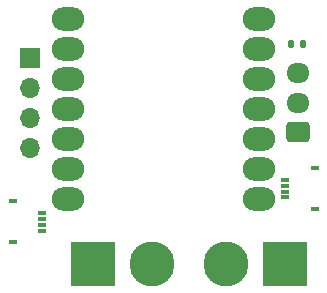
<source format=gts>
G04 #@! TF.GenerationSoftware,KiCad,Pcbnew,7.0.7*
G04 #@! TF.CreationDate,2024-03-10T21:17:58-05:00*
G04 #@! TF.ProjectId,squirrelbrain,73717569-7272-4656-9c62-7261696e2e6b,1*
G04 #@! TF.SameCoordinates,Original*
G04 #@! TF.FileFunction,Soldermask,Top*
G04 #@! TF.FilePolarity,Negative*
%FSLAX46Y46*%
G04 Gerber Fmt 4.6, Leading zero omitted, Abs format (unit mm)*
G04 Created by KiCad (PCBNEW 7.0.7) date 2024-03-10 21:17:58*
%MOMM*%
%LPD*%
G01*
G04 APERTURE LIST*
G04 Aperture macros list*
%AMRoundRect*
0 Rectangle with rounded corners*
0 $1 Rounding radius*
0 $2 $3 $4 $5 $6 $7 $8 $9 X,Y pos of 4 corners*
0 Add a 4 corners polygon primitive as box body*
4,1,4,$2,$3,$4,$5,$6,$7,$8,$9,$2,$3,0*
0 Add four circle primitives for the rounded corners*
1,1,$1+$1,$2,$3*
1,1,$1+$1,$4,$5*
1,1,$1+$1,$6,$7*
1,1,$1+$1,$8,$9*
0 Add four rect primitives between the rounded corners*
20,1,$1+$1,$2,$3,$4,$5,0*
20,1,$1+$1,$4,$5,$6,$7,0*
20,1,$1+$1,$6,$7,$8,$9,0*
20,1,$1+$1,$8,$9,$2,$3,0*%
G04 Aperture macros list end*
%ADD10RoundRect,0.135000X0.135000X0.185000X-0.135000X0.185000X-0.135000X-0.185000X0.135000X-0.185000X0*%
%ADD11R,0.800000X0.300000*%
%ADD12R,0.800000X0.400000*%
%ADD13RoundRect,1.000000X-0.375000X0.000000X0.375000X0.000000X0.375000X0.000000X-0.375000X0.000000X0*%
%ADD14R,1.700000X1.700000*%
%ADD15O,1.700000X1.700000*%
%ADD16R,3.800000X3.800000*%
%ADD17C,3.800000*%
%ADD18RoundRect,0.250000X0.725000X-0.600000X0.725000X0.600000X-0.725000X0.600000X-0.725000X-0.600000X0*%
%ADD19O,1.950000X1.700000*%
G04 APERTURE END LIST*
D10*
X61830000Y-41530001D03*
X60810000Y-41530001D03*
D11*
X39700000Y-57300001D03*
X39700000Y-56800001D03*
X39700000Y-56300001D03*
X39700000Y-55800001D03*
D12*
X37200000Y-54800001D03*
X37200000Y-58300001D03*
X62800000Y-52000001D03*
X62800000Y-55500001D03*
D11*
X60300000Y-54500001D03*
X60300000Y-54000001D03*
X60300000Y-53500001D03*
X60300000Y-53000001D03*
D13*
X41937500Y-39380000D03*
X41937500Y-41920000D03*
X41937500Y-44460000D03*
X41937500Y-47000000D03*
X41937500Y-49540000D03*
X41937500Y-52080000D03*
X41937500Y-54620000D03*
X58102500Y-54620000D03*
X58102500Y-52080000D03*
X58102500Y-49540000D03*
X58102500Y-47000000D03*
X58102500Y-44460000D03*
X58102500Y-41920000D03*
X58102500Y-39380000D03*
D14*
X38650000Y-42700000D03*
D15*
X38650000Y-45240000D03*
X38650000Y-47780000D03*
X38650000Y-50320000D03*
D16*
X60250000Y-60100001D03*
D17*
X55250000Y-60100001D03*
D18*
X61400000Y-49000000D03*
D19*
X61400000Y-46500000D03*
X61400000Y-44000000D03*
D16*
X44000000Y-60100001D03*
D17*
X49000000Y-60100001D03*
M02*

</source>
